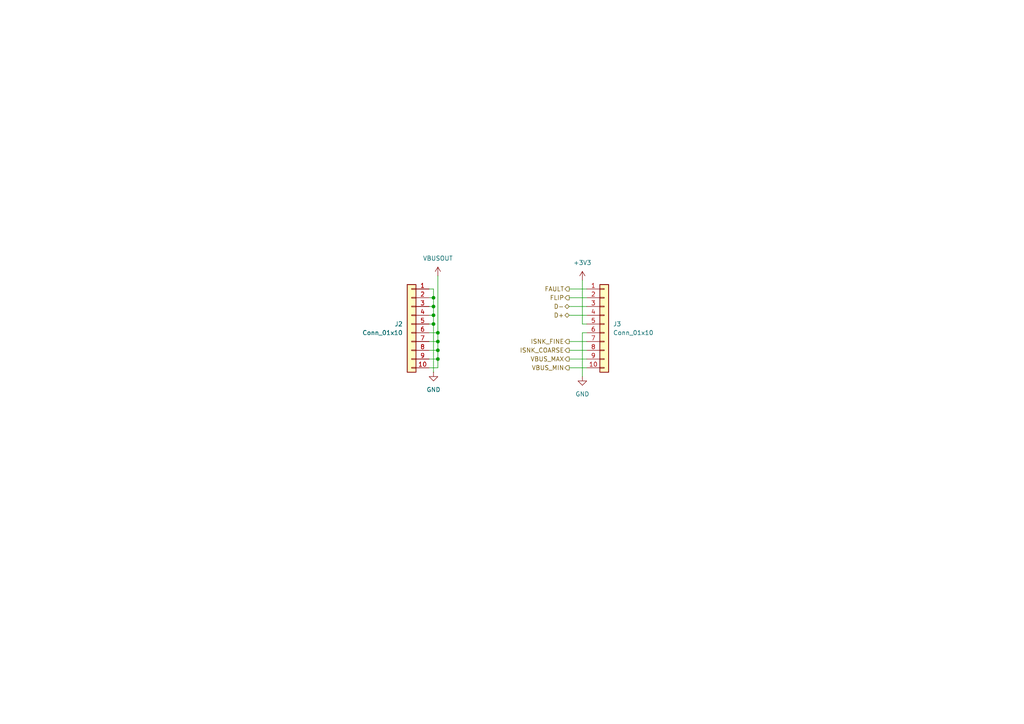
<source format=kicad_sch>
(kicad_sch (version 20231120) (generator "eeschema") (generator_version "8.0")
  (paper "A4")
  (title_block (date "2025-01-24") (rev "1.0"))
  (lib_symbols
    (symbol "Connector_Generic:Conn_01x10" (pin_names (offset 1.016) hide)
      (property "Reference" "J" (at 0 12.7 0))
      (property "Value" "Conn_01x10" (at 0 -15.24 0))
      (symbol "Conn_01x10_1_1"
        (rectangle (start -1.27 -12.573) (end 0 -12.827) (stroke (width 0.1524)))
        (rectangle (start -1.27 -10.033) (end 0 -10.287) (stroke (width 0.1524)))
        (rectangle (start -1.27 -7.493) (end 0 -7.747) (stroke (width 0.1524)))
        (rectangle (start -1.27 -4.953) (end 0 -5.207) (stroke (width 0.1524)))
        (rectangle (start -1.27 -2.413) (end 0 -2.667) (stroke (width 0.1524)))
        (rectangle (start -1.27 0.127) (end 0 -0.127) (stroke (width 0.1524)))
        (rectangle (start -1.27 2.667) (end 0 2.413) (stroke (width 0.1524)))
        (rectangle (start -1.27 5.207) (end 0 4.953) (stroke (width 0.1524)))
        (rectangle (start -1.27 7.747) (end 0 7.493) (stroke (width 0.1524)))
        (rectangle (start -1.27 10.287) (end 0 10.033) (stroke (width 0.1524)))
        (rectangle (start -1.27 11.43) (end 1.27 -13.97) (stroke (width 0.254)) (fill (type background)))
        (pin passive line (at -5.08 10.16 0) (length 3.81) (name "Pin_1") (number "1"))
        (pin passive line (at -5.08 -12.7 0) (length 3.81) (name "Pin_10") (number "10"))
        (pin passive line (at -5.08 7.62 0) (length 3.81) (name "Pin_2") (number "2"))
        (pin passive line (at -5.08 5.08 0) (length 3.81) (name "Pin_3") (number "3"))
        (pin passive line (at -5.08 2.54 0) (length 3.81) (name "Pin_4") (number "4"))
        (pin passive line (at -5.08 0 0) (length 3.81) (name "Pin_5") (number "5"))
        (pin passive line (at -5.08 -2.54 0) (length 3.81) (name "Pin_6") (number "6"))
        (pin passive line (at -5.08 -5.08 0) (length 3.81) (name "Pin_7") (number "7"))
        (pin passive line (at -5.08 -7.62 0) (length 3.81) (name "Pin_8") (number "8"))
        (pin passive line (at -5.08 -10.16 0) (length 3.81) (name "Pin_9") (number "9"))
      )
    )
    (symbol "power:+3V3" (power) (pin_numbers hide) (pin_names (offset 0) hide)
      (property "Value" "+3V3" (at 0 3.556 0))
      (symbol "+3V3_0_1"
        (polyline (pts (xy -0.762 1.27) (xy 0 2.54)))
        (polyline (pts (xy 0 0) (xy 0 2.54)))
        (polyline (pts (xy 0 2.54) (xy 0.762 1.27)))
      )
      (symbol "+3V3_1_1"
        (pin power_in line (at 0 0 90) (length 0) (name "~") (number "1"))
      )
    )
    (symbol "power:GND" (power) (pin_numbers hide) (pin_names (offset 0) hide)
      (property "Value" "GND" (at 0 -3.81 0))
      (symbol "GND_0_1"
        (polyline (pts (xy 0 0) (xy 0 -1.27) (xy 1.27 -1.27) (xy 0 -2.54) (xy -1.27 -1.27) (xy 0 -1.27)))
      )
      (symbol "GND_1_1"
        (pin power_in line (at 0 0 270) (length 0) (name "~") (number "1"))
      )
    )
    (symbol "power:VCCQ" (power) (pin_numbers hide) (pin_names (offset 0) hide)
      (property "Value" "VCCQ" (at 0 3.556 0))
      (symbol "VCCQ_0_1"
        (polyline (pts (xy -0.762 1.27) (xy 0 2.54)))
        (polyline (pts (xy 0 0) (xy 0 2.54)))
        (polyline (pts (xy 0 2.54) (xy 0.762 1.27)))
      )
      (symbol "VCCQ_1_1"
        (pin power_in line (at 0 0 90) (length 0) (name "~") (number "1"))
      )
    )
  )
  (junction (at 125.73 86.36))
  (junction (at 125.73 91.44))
  (junction (at 127 104.14))
  (junction (at 127 99.06))
  (junction (at 125.73 93.98))
  (junction (at 127 101.6))
  (junction (at 127 96.52))
  (junction (at 125.73 88.9))
  (wire (pts (xy 127 106.68) (xy 127 104.14)))
  (wire (pts (xy 124.46 86.36) (xy 125.73 86.36)))
  (wire (pts (xy 125.73 83.82) (xy 125.73 86.36)))
  (wire (pts (xy 125.73 93.98) (xy 125.73 107.95)))
  (wire (pts (xy 165.1 106.68) (xy 170.18 106.68)))
  (wire (pts (xy 127 99.06) (xy 127 96.52)))
  (wire (pts (xy 168.91 81.28) (xy 168.91 93.98)))
  (wire (pts (xy 124.46 101.6) (xy 127 101.6)))
  (wire (pts (xy 168.91 96.52) (xy 170.18 96.52)))
  (wire (pts (xy 124.46 106.68) (xy 127 106.68)))
  (wire (pts (xy 127 104.14) (xy 127 101.6)))
  (wire (pts (xy 124.46 88.9) (xy 125.73 88.9)))
  (wire (pts (xy 125.73 88.9) (xy 125.73 91.44)))
  (wire (pts (xy 124.46 99.06) (xy 127 99.06)))
  (wire (pts (xy 124.46 83.82) (xy 125.73 83.82)))
  (wire (pts (xy 168.91 109.22) (xy 168.91 96.52)))
  (wire (pts (xy 165.1 91.44) (xy 170.18 91.44)))
  (wire (pts (xy 124.46 91.44) (xy 125.73 91.44)))
  (wire (pts (xy 165.1 86.36) (xy 170.18 86.36)))
  (wire (pts (xy 124.46 104.14) (xy 127 104.14)))
  (wire (pts (xy 170.18 93.98) (xy 168.91 93.98)))
  (wire (pts (xy 165.1 83.82) (xy 170.18 83.82)))
  (wire (pts (xy 165.1 104.14) (xy 170.18 104.14)))
  (wire (pts (xy 125.73 86.36) (xy 125.73 88.9)))
  (wire (pts (xy 124.46 93.98) (xy 125.73 93.98)))
  (wire (pts (xy 127 96.52) (xy 127 80.01)))
  (wire (pts (xy 125.73 91.44) (xy 125.73 93.98)))
  (wire (pts (xy 165.1 101.6) (xy 170.18 101.6)))
  (wire (pts (xy 165.1 88.9) (xy 170.18 88.9)))
  (wire (pts (xy 165.1 99.06) (xy 170.18 99.06)))
  (wire (pts (xy 124.46 96.52) (xy 127 96.52)))
  (wire (pts (xy 127 101.6) (xy 127 99.06)))
  (hierarchical_label "D-" (shape bidirectional) (at 165.1 88.9 180))
  (hierarchical_label "VBUS_MAX" (shape output) (at 165.1 104.14 180))
  (hierarchical_label "FLIP" (shape output) (at 165.1 86.36 180))
  (hierarchical_label "ISNK_FINE" (shape output) (at 165.1 99.06 180))
  (hierarchical_label "VBUS_MIN" (shape output) (at 165.1 106.68 180))
  (hierarchical_label "FAULT" (shape output) (at 165.1 83.82 180))
  (hierarchical_label "ISNK_COARSE" (shape output) (at 165.1 101.6 180))
  (hierarchical_label "D+" (shape bidirectional) (at 165.1 91.44 180))
  (symbol (lib_id "Connector_Generic:Conn_01x10") (at 175.26 93.98 0) (unit 1)
    (property "Reference" "J3" (at 177.8 93.9799 0) (effects (justify left)))
    (property "Value" "Conn_01x10" (at 177.8 96.5199 0) (effects (justify left)))
    (property "Footprint" "Connector_PinHeader_2.54mm:PinHeader_1x10_P2.54mm_Vertical" (effects (hide yes)))
    (property "Description" "Generic connector, single row, 01x10, script generated (kicad-library-utils/schlib/autogen/connector/)" (effects (hide yes)))
  )
  (symbol (lib_id "power:+3V3") (at 168.91 81.28 0) (unit 1)
    (property "Reference" "#PWR026" (effects (hide yes)))
    (property "Value" "+3V3" (at 168.91 76.2 0))
    (property "Description" "Power symbol creates a global label with name \"+3V3\"" (effects (hide yes)))
  )
  (symbol (lib_id "power:VCCQ") (at 127 80.01 0) (unit 1)
    (property "Reference" "#PWR023" (effects (hide yes)))
    (property "Value" "VBUSOUT" (at 127 74.93 0))
    (property "Description" "Power symbol creates a global label with name \"VCCQ\"" (effects (hide yes)))
  )
  (symbol (lib_id "power:GND") (at 125.73 107.95 0) (unit 1)
    (property "Reference" "#PWR024" (effects (hide yes)))
    (property "Value" "GND" (at 125.73 113.03 0))
    (property "Description" "Power symbol creates a global label with name \"GND\" , ground" (effects (hide yes)))
  )
  (symbol (lib_id "Connector_Generic:Conn_01x10") (at 119.38 93.98 0) (mirror y) (unit 1)
    (property "Reference" "J2" (at 116.84 93.9799 0) (effects (justify left)))
    (property "Value" "Conn_01x10" (at 116.84 96.5199 0) (effects (justify left)))
    (property "Footprint" "Connector_PinHeader_2.54mm:PinHeader_1x10_P2.54mm_Vertical" (effects (hide yes)))
    (property "Description" "Generic connector, single row, 01x10, script generated (kicad-library-utils/schlib/autogen/connector/)" (effects (hide yes)))
  )
  (symbol (lib_id "power:GND") (at 168.91 109.22 0) (unit 1)
    (property "Reference" "#PWR025" (effects (hide yes)))
    (property "Value" "GND" (at 168.91 114.3 0))
    (property "Description" "Power symbol creates a global label with name \"GND\" , ground" (effects (hide yes)))
  )
)
</source>
